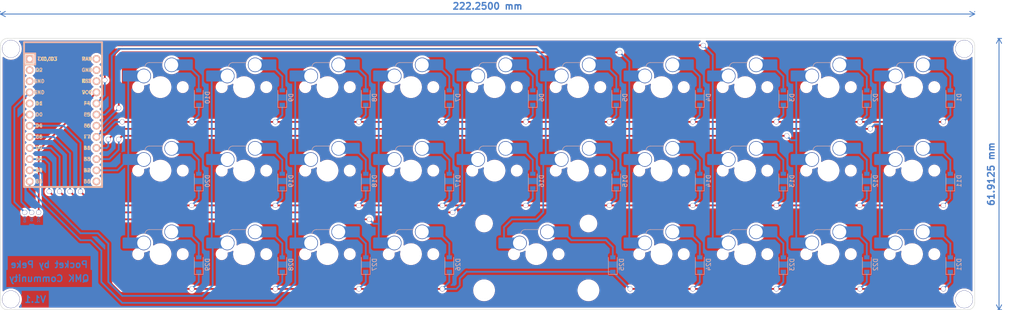
<source format=kicad_pcb>
(kicad_pcb (version 20211014) (generator pcbnew)
  (layers (0 "F.Cu" signal) (31 "B.Cu" signal) (34 "B.Paste" user) (35 "F.Paste" user) (36 "B.SilkS" user "B.Silkscreen") (37 "F.SilkS" user "F.Silkscreen") (38 "B.Mask" user) (39 "F.Mask" user) (44 "Edge.Cuts" user))
  (net 0 "")
  (net 4 "unconnected-(U1-Pad4)")
  (net 5 "unconnected-(U1-Pad21)")
  (net 9 "E6")
  (net 10 "D7")
  (net 11 "F4")
  (net 12 "F5")
  (net 13 "F6")
  (net 15 "unconnected-(U1-Pad6)")
  (net 17 "Net-(SW1-Pad2)")
  (net 18 "Net-(SW2-Pad2)")
  (net 19 "Net-(SW3-Pad2)")
  (net 20 "Net-(SW4-Pad2)")
  (net 21 "Net-(SW5-Pad2)")
  (net 22 "Net-(SW6-Pad2)")
  (net 23 "Net-(D7-Pad2)")
  (net 24 "Net-(D8-Pad2)")
  (net 25 "Net-(SW9-Pad2)")
  (net 26 "Net-(D10-Pad2)")
  (net 27 "Net-(SW11-Pad2)")
  (net 28 "Net-(SW12-Pad2)")
  (net 29 "Net-(SW13-Pad2)")
  (net 30 "Net-(SW14-Pad2)")
  (net 31 "Net-(SW15-Pad2)")
  (net 32 "Net-(SW16-Pad2)")
  (net 33 "Net-(D17-Pad2)")
  (net 34 "Net-(SW18-Pad2)")
  (net 35 "Net-(SW19-Pad2)")
  (net 36 "Net-(SW20-Pad2)")
  (net 37 "Net-(D21-Pad2)")
  (net 38 "Net-(SW22-Pad2)")
  (net 39 "Net-(SW23-Pad2)")
  (net 40 "Net-(SW24-Pad2)")
  (net 41 "Net-(D25-Pad2)")
  (net 42 "Net-(D26-Pad2)")
  (net 43 "Net-(D27-Pad2)")
  (net 44 "Net-(SW28-Pad2)")
  (net 45 "Net-(SW29-Pad2)")
  (net 46 "F7")
  (net 47 "B1")
  (net 48 "B3")
  (net 49 "B2")
  (net 50 "D4")
  (net 51 "C6")
  (net 52 "B4")
  (net 53 "B5")
  (footprint "keebio:ArduinoProMicro" (layer "F.Cu") (at 58.7375 79.77425 -90)
    (fp_text reference "U1" hide)
    (fp_text value "ProMicro" hide)
  )
  (footprint "marbastlib_mx:SW_MX_HS_S_1u" (layer "B.Cu") (at 166.6875 110.33125 180)
    (fp_text reference "SW25" hide)
    (fp_text value "MX_SW_HS" hide)
  )
  (footprint "marbastlib_mx:SW_MX_HS_S_1u" (layer "B.Cu") (at 157.1625 91.28125 180)
    (fp_text reference "SW16" hide)
    (fp_text value "MX_SW_HS" hide)
  )
  (footprint "marbastlib_mx:SW_MX_HS_S_1u" (layer "B.Cu") (at 80.9625 110.33125 180)
    (fp_text reference "SW29" hide)
    (fp_text value "MX_SW_HS" hide)
  )
  (footprint "Diode_SMD:D_SOD-123" (layer "B.Cu") (at 261.14375 74.6125 90)
    (fp_text reference "D1")
    (fp_text value "1N4148W")
  )
  (footprint "Diode_SMD:D_SOD-123" (layer "B.Cu") (at 184.94375 74.6125 90)
    (fp_text reference "D5")
    (fp_text value "1N4148W")
  )
  (footprint "marbastlib_mx:SW_MX_HS_S_1u" (layer "B.Cu") (at 119.0625 91.28125 180)
    (fp_text reference "SW18" hide)
    (fp_text value "MX_SW_HS" hide)
  )
  (footprint "Diode_SMD:D_SOD-123" (layer "B.Cu") (at 165.89375 74.6125 90)
    (fp_text reference "D6")
    (fp_text value "1N4148W")
  )
  (footprint "marbastlib_mx:SW_MX_HS_S_1u" (layer "B.Cu") (at 214.3125 91.28125 180)
    (fp_text reference "SW13" hide)
    (fp_text value "MX_SW_HS" hide)
  )
  (footprint "Diode_SMD:D_SOD-123" (layer "B.Cu") (at 261.14375 112.7125 90)
    (fp_text reference "D21")
    (fp_text value "1N4148W")
  )
  (footprint "marbastlib_mx:SW_MX_HS_S_1u" (layer "B.Cu") (at 100.0125 72.23125 180)
    (fp_text reference "SW9" hide)
    (fp_text value "MX_SW_HS" hide)
  )
  (footprint "marbastlib_mx:SW_MX_HS_S_1u" (layer "B.Cu") (at 214.3125 72.23125 180)
    (fp_text reference "SW3" hide)
    (fp_text value "MX_SW_HS" hide)
  )
  (footprint "Diode_SMD:D_SOD-123" (layer "B.Cu") (at 242.09375 112.7125 90)
    (fp_text reference "D22")
    (fp_text value "1N4148W")
  )
  (footprint "marbastlib_mx:SW_MX_HS_S_1u" (layer "B.Cu") (at 80.9625 72.23125 180)
    (fp_text reference "SW10" hide)
    (fp_text value "MX_SW_HS" hide)
  )
  (footprint "marbastlib_mx:SW_MX_HS_S_1u" (layer "B.Cu") (at 138.1125 72.23125 180)
    (fp_text reference "SW7" hide)
    (fp_text value "MX_SW_HS" hide)
  )
  (footprint "marbastlib_mx:SW_MX_HS_S_1u" (layer "B.Cu") (at 214.3125 110.33125 180)
    (fp_text reference "SW23" hide)
    (fp_text value "MX_SW_HS" hide)
  )
  (footprint "Diode_SMD:D_SOD-123" (layer "B.Cu") (at 203.99375 74.6125 90)
    (fp_text reference "D4")
    (fp_text value "1N4148W")
  )
  (footprint "marbastlib_mx:SW_MX_HS_S_1u" (layer "B.Cu") (at 138.1125 110.33125 180)
    (fp_text reference "SW26" hide)
    (fp_text value "MX_SW_HS" hide)
  )
  (footprint "Diode_SMD:D_SOD-123" (layer "B.Cu") (at 146.84375 74.6125 90)
    (fp_text reference "D7")
    (fp_text value "1N4148W")
  )
  (footprint "Diode_SMD:D_SOD-123" (layer "B.Cu") (at 242.09375 93.6625 90)
    (fp_text reference "D12")
    (fp_text value "1N4148W")
  )
  (footprint "Diode_SMD:D_SOD-123" (layer "B.Cu") (at 203.99375 112.7125 90)
    (fp_text reference "D24")
    (fp_text value "1N4148W")
  )
  (footprint "Diode_SMD:D_SOD-123" (layer "B.Cu") (at 223.04375 112.7125 90)
    (fp_text reference "D23")
    (fp_text value "1N4148W")
  )
  (footprint "Diode_SMD:D_SOD-123" (layer "B.Cu") (at 203.99375 93.6625 90)
    (fp_text reference "D14")
    (fp_text value "1N4148W")
  )
  (footprint "Diode_SMD:D_SOD-123" (layer "B.Cu") (at 89.69375 74.6125 90)
    (fp_text reference "D10")
    (fp_text value "1N4148W")
  )
  (footprint "Diode_SMD:D_SOD-123" (layer "B.Cu") (at 127.79375 112.7125 90)
    (fp_text reference "D27")
    (fp_text value "1N4148W")
  )
  (footprint "Diode_SMD:D_SOD-123" (layer "B.Cu") (at 108.74375 93.6625 90)
    (fp_text reference "D19")
    (fp_text value "1N4148W")
  )
  (footprint "marbastlib_mx:SW_MX_HS_S_1u" (layer "B.Cu") (at 195.2625 110.33125 180)
    (fp_text reference "SW24" hide)
    (fp_text value "MX_SW_HS" hide)
  )
  (footprint "Diode_SMD:D_SOD-123" (layer "B.Cu") (at 108.74375 112.7125 90)
    (fp_text reference "D28")
    (fp_text value "1N4148W")
  )
  (footprint "marbastlib_mx:SW_MX_HS_S_1u" (layer "B.Cu") (at 176.2125 91.28125 180)
    (fp_text reference "SW15" hide)
    (fp_text value "MX_SW_HS" hide)
  )
  (footprint "marbastlib_mx:SW_MX_HS_S_1u" (layer "B.Cu") (at 138.1125 91.28125 180)
    (fp_text reference "SW17" hide)
    (fp_text value "MX_SW_HS" hide)
  )
  (footprint "marbastlib_mx:SW_MX_HS_S_1u" (layer "B.Cu") (at 100.0125 91.28125 180)
    (fp_text reference "SW19" hide)
    (fp_text value "MX_SW_HS" hide)
  )
  (footprint "Diode_SMD:D_SOD-123" (layer "B.Cu") (at 108.74375 74.6125 90)
    (fp_text reference "D9")
    (fp_text value "1N4148W")
  )
  (footprint "Diode_SMD:D_SOD-123" (layer "B.Cu") (at 89.69375 93.6625 90)
    (fp_text reference "D20")
    (fp_text value "1N4148W")
  )
  (footprint "marbastlib_mx:SW_MX_HS_S_1u" (layer "B.Cu") (at 233.3625 110.33125 180)
    (fp_text reference "SW22" hide)
    (fp_text value "MX_SW_HS" hide)
  )
  (footprint "marbastlib_mx:SW_MX_HS_S_1u" (layer "B.Cu") (at 233.3625 91.28125 180)
    (fp_text reference "SW12" hide)
    (fp_text value "MX_SW_HS" hide)
  )
  (footprint "marbastlib_mx:STAB_MX_2u" (layer "B.Cu") (at 166.6875 110.33125 180)
    (fp_text reference "S1" hide)
    (fp_text value "MX_stab")
  )
  (footprint "marbastlib_mx:SW_MX_HS_S_1u" (layer "B.Cu") (at 157.1625 72.23125 180)
    (fp_text reference "SW6" hide)
    (fp_text value "MX_SW_HS" hide)
  )
  (footprint "Diode_SMD:D_SOD-123" (layer "B.Cu") (at 89.69375 112.7125 90)
    (fp_text reference "D29")
    (fp_text value "1N4148W")
  )
  (footprint "marbastlib_mx:SW_MX_HS_S_1u" (layer "B.Cu") (at 252.4125 110.33125 180)
    (fp_text reference "SW21" hide)
    (fp_text value "MX_SW_HS" hide)
  )
  (footprint "Diode_SMD:D_SOD-123" (layer "B.Cu") (at 223.04375 74.6125 90)
    (fp_text reference "D3")
    (fp_text value "1N4148W")
  )
  (footprint "Diode_SMD:D_SOD-123" (layer "B.Cu") (at 184.94375 93.6625 90)
    (fp_text reference "D15")
    (fp_text value "1N4148W")
  )
  (footprint "marbastlib_mx:SW_MX_HS_S_1u" (layer "B.Cu") (at 119.0625 72.23125 180)
    (fp_text reference "SW8" hide)
    (fp_text value "MX_SW_HS" hide)
  )
  (footprint "Diode_SMD:D_SOD-123" (layer "B.Cu") (at 184.15 112.7125 90)
    (fp_text reference "D25")
    (fp_text value "1N4148W")
  )
  (footprint "marbastlib_mx:SW_MX_HS_S_1u" (layer "B.Cu") (at 195.2625 72.23125 180)
    (fp_text reference "SW4" hide)
    (fp_text value "MX_SW_HS" hide)
  )
  (footprint "Diode_SMD:D_SOD-123" (layer "B.Cu") (at 165.89375 93.6625 90)
    (fp_text reference "D16")
    (fp_text value "1N4148W")
  )
  (footprint "marbastlib_mx:SW_MX_HS_S_1u" (layer "B.Cu") (at 252.4125 72.23125 180)
    (fp_text reference "SW1" hide)
    (fp_text value "MX_SW_HS" hide)
  )
  (footprint "Diode_SMD:D_SOD-123" (layer "B.Cu") (at 223.04375 93.6625 90)
    (fp_text reference "D13")
    (fp_text value "1N4148W")
  )
  (footprint "Diode_SMD:D_SOD-123" (layer "B.Cu") (at 261.14375 93.6625 90)
    (fp_text reference "D11")
    (fp_text value "1N4148W")
  )
  (footprint "Diode_SMD:D_SOD-123" (layer "B.Cu") (at 146.84375 112.7125 90)
    (fp_text reference "D26")
    (fp_text value "1N4148W")
  )
  (footprint "marbastlib_mx:SW_MX_HS_S_1u" (layer "B.Cu") (at 195.2625 91.28125 180)
    (fp_text reference "SW14" hide)
    (fp_text value "MX_SW_HS" hide)
  )
  (footprint "marbastlib_mx:SW_MX_HS_S_1u" (layer "B.Cu") (at 100.0125 110.33125 180)
    (fp_text reference "SW28" hide)
    (fp_text value "MX_SW_HS" hide)
  )
  (footprint "marbastlib_mx:SW_MX_HS_S_1u" (layer "B.Cu") (at 176.2125 72.23125 180)
    (fp_text reference "SW5" hide)
    (fp_text value "MX_SW_HS" hide)
  )
  (footprint "Diode_SMD:D_SOD-123" (layer "B.Cu") (at 242.09375 74.6125 90)
    (fp_text reference "D2")
    (fp_text value "1N4148W")
  )
  (footprint "marbastlib_mx:SW_MX_HS_S_1u" (layer "B.Cu") (at 252.4125 91.28125 180)
    (fp_text reference "SW11" hide)
    (fp_text value "MX_SW_HS" hide)
  )
  (footprint "marbastlib_mx:SW_MX_HS_S_1u" (layer "B.Cu") (at 233.3625 72.23125 180)
    (fp_text reference "SW2" hide)
    (fp_text value "MX_SW_HS" hide)
  )
  (footprint "marbastlib_mx:SW_MX_HS_S_1u" (layer "B.Cu") (at 80.9625 91.28125 180)
    (fp_text reference "SW20" hide)
    (fp_text value "MX_SW_HS" hide)
  )
  (footprint "Diode_SMD:D_SOD-123" (layer "B.Cu") (at 127.79375 74.6125 90)
    (fp_text reference "D8")
    (fp_text value "1N4148W")
  )
  (footprint "Diode_SMD:D_SOD-123" (layer "B.Cu") (at 146.84375 93.6625 90)
    (fp_text reference "D17")
    (fp_text value "1N4148W")
  )
  (footprint "Diode_SMD:D_SOD-123" (layer "B.Cu") (at 127.79375 93.6625 90)
    (fp_text reference "D18")
    (fp_text value "1N4148W")
  )
  (footprint "marbastlib_mx:SW_MX_HS_S_1u" (layer "B.Cu") (at 119.0625 110.33125 180)
    (fp_text reference "SW27" hide)
    (fp_text value "MX_SW_HS" hide)
  )
  (gr_line (start 265.1125 123.03125) (end 46.0375 123.03125) (layer "Edge.Cuts") (width 0.1))
  (gr_line (start 46.0375 61.11875) (end 265.1125 61.11875) (layer "Edge.Cuts") (width 0.1))
  (gr_arc (start 266.7 121.44375) (mid 266.235032 122.566282) (end 265.1125 123.03125) (layer "Edge.Cuts") (width 0.1))
  (gr_arc (start 46.0375 123.03125) (mid 44.914968 122.566282) (end 44.45 121.44375) (layer "Edge.Cuts") (width 0.1))
  (gr_line (start 44.45 121.44375) (end 44.45 62.70625) (layer "Edge.Cuts") (width 0.1))
  (gr_arc (start 265.1125 61.11875) (mid 266.235032 61.583718) (end 266.7 62.70625) (layer "Edge.Cuts") (width 0.1))
  (gr_arc (start 44.45 62.70625) (mid 44.914968 61.583718) (end 46.0375 61.11875) (layer "Edge.Cuts") (width 0.1))
  (gr_line (start 266.7 62.70625) (end 266.7 121.44375) (layer "Edge.Cuts") (width 0.1))
  (gr_text "QMK Community" (at 55.5625 115.8875) (layer "B.Cu") (effects (font (size 1.5 1.5) (thickness 0.3)) (justify mirror)))
  (gr_text "VCC" (at 53.18125 102.39375 90) (layer "B.Cu") (effects (font (size 0.5 0.5) (thickness 0.1)) (justify mirror)))
  (gr_text "GND" (at 50.00625 102.39375 90) (layer "B.Cu") (effects (font (size 0.5 0.5) (thickness 0.1)) (justify mirror)))
  (gr_text "D0" (at 51.59375 102.39375 90) (layer "B.Cu") (effects (font (size 0.5 0.5) (thickness 0.1)) (justify mirror)))
  (gr_text "V1.1" (at 52.3875 120.65) (layer "B.Cu") (effects (font (size 1.5 1.5) (thickness 0.3)) (justify mirror)))
  (gr_text "Pocket by Peke\n" (at 55.5625 112.7125) (layer "B.Cu") (effects (font (size 1.5 1.5) (thickness 0.3)) (justify mirror)))
  (dimension (type aligned) (layer "B.Cu") (pts (xy 271.4625 61.11875) (xy 271.4625 123.03125)) (height -0.79375) (gr_text "61,9125 mm" (at 270.45625 92.075 90) (layer "B.Cu") (effects (font (size 1.5 1.5) (thickness 0.3)))) (format (units 3) (units_format 1) (precision 4)) (style (thickness 0.2) (arrow_length 1.27) (text_position_mode 0) (extension_height 0.58642) (extension_offset 0.5) keep_text_aligned))
  (dimension (type aligned) (layer "B.Cu") (pts (xy 44.45 55.5625) (xy 266.7 55.5625)) (height 0) (gr_text "222,2500 mm" (at 155.575 53.7625) (layer "B.Cu") (effects (font (size 1.5 1.5) (thickness 0.3)))) (format (units 3) (units_format 1) (precision 4)) (style (thickness 0.2) (arrow_length 1.27) (text_position_mode 0) (extension_height 0.58642) (extension_offset 0.5) keep_text_aligned))
  (via (at 264.31875 120.65) (size 4) (drill 3.9) (layers "F.Cu" "B.Cu") (net 0))
  (via (at 46.83125 63.5) (size 4) (drill 3.9) (layers "F.Cu" "B.Cu") (net 0))
  (via (at 46.83125 120.65) (size 4) (drill 3.9) (layers "F.Cu" "B.Cu") (net 0))
  (via (at 264.31875 63.5) (size 4) (drill 3.9) (layers "F.Cu" "B.Cu") (net 0))
  (via (at 50.00625 100.80625) (size 1.1) (drill 1) (layers "F.Cu" "B.Cu") (net 4))
  (segment (start 47.625 98.425) (end 50.00625 100.80625) (width 0.4) (layer "B.Cu") (net 4))
  (segment (start 51.1175 73.42425) (end 47.625 76.91675) (width 0.4) (layer "B.Cu") (net 4))
  (segment (start 47.625 92.86875) (end 47.625 98.425) (width 0.4) (layer "B.Cu") (net 4))
  (segment (start 47.625 76.91675) (end 47.625 92.86875) (width 0.4) (layer "B.Cu") (net 4))
  (segment (start 66.3575 73.42425) (end 53.18125 86.6005) (width 0.4) (layer "F.Cu") (net 5))
  (segment (start 53.18125 86.6005) (end 53.18125 100.80625) (width 0.4) (layer "F.Cu") (net 5))
  (via (at 53.18125 100.80625) (size 1.1) (drill 1) (layers "F.Cu" "B.Cu") (net 5))
  (segment (start 88.10625 118.26875) (end 72.23125 118.26875) (width 0.4) (layer "F.Cu") (net 9))
  (segment (start 69.05625 103.98125) (end 63.5 103.98125) (width 0.4) (layer "F.Cu") (net 9))
  (segment (start 202.40625 118.26875) (end 188.11875 118.26875) (width 0.4) (layer "F.Cu") (net 9))
  (segment (start 221.45625 118.26875) (end 202.40625 118.26875) (width 0.4) (layer "F.Cu") (net 9))
  (segment (start 107.15625 118.26875) (end 88.10625 118.26875) (width 0.4) (layer "F.Cu") (net 9))
  (segment (start 70.64375 105.56875) (end 69.05625 103.98125) (width 0.4) (layer "F.Cu") (net 9))
  (segment (start 63.5 103.98125) (end 55.5625 96.04375) (width 0.4) (layer "F.Cu") (net 9))
  (segment (start 70.64375 116.68125) (end 70.64375 105.56875) (width 0.4) (layer "F.Cu") (net 9))
  (segment (start 145.25625 118.26875) (end 126.20625 118.26875) (width 0.4) (layer "F.Cu") (net 9))
  (segment (start 259.55625 118.26875) (end 240.50625 118.26875) (width 0.4) (layer "F.Cu") (net 9))
  (segment (start 72.23125 118.26875) (end 70.64375 116.68125) (width 0.4) (layer "F.Cu") (net 9))
  (segment (start 240.50625 118.26875) (end 221.45625 118.26875) (width 0.4) (layer "F.Cu") (net 9))
  (segment (start 126.20625 118.26875) (end 107.15625 118.26875) (width 0.4) (layer "F.Cu") (net 9))
  (via (at 107.15625 118.26875) (size 1.1) (drill 1) (layers "F.Cu" "B.Cu") (net 9))
  (via (at 145.25625 118.26875) (size 1.1) (drill 1) (layers "F.Cu" "B.Cu") (net 9))
  (via (at 202.40625 118.26875) (size 1.1) (drill 1) (layers "F.Cu" "B.Cu") (net 9))
  (via (at 126.20625 118.26875) (size 1.1) (drill 1) (layers "F.Cu" "B.Cu") (net 9))
  (via (at 55.5625 96.04375) (size 1.1) (drill 1) (layers "F.Cu" "B.Cu") (net 9))
  (via (at 259.55625 118.26875) (size 1.1) (drill 1) (layers "F.Cu" "B.Cu") (net 9))
  (via (at 240.50625 118.26875) (size 1.1) (drill 1) (layers "F.Cu" "B.Cu") (net 9))
  (via (at 221.45625 118.26875) (size 1.1) (drill 1) (layers "F.Cu" "B.Cu") (net 9))
  (via (at 188.11875 118.26875) (size 1.1) (drill 1) (layers "F.Cu" "B.Cu") (net 9))
  (via (at 88.10625 118.26875) (size 1.1) (drill 1) (layers "F.Cu" "B.Cu") (net 9))
  (segment (start 54.533 88.66425) (end 51.1175 88.66425) (width 0.4) (layer "B.Cu") (net 9))
  (segment (start 150.8125 114.3) (end 149.225 115.8875) (width 0.4) (layer "B.Cu") (net 9))
  (segment (start 149.225 117.475) (end 148.43125 118.26875) (width 0.4) (layer "B.Cu") (net 9))
  (segment (start 188.11875 118.26875) (end 188.05625 118.26875) (width 0.25) (layer "B.Cu") (net 9))
  (segment (start 146.84375 116.68125) (end 145.25625 118.26875) (width 0.4) (layer "B.Cu") (net 9))
  (segment (start 108.74375 114.3625) (end 108.74375 116.68125) (width 0.4) (layer "B.Cu") (net 9))
  (segment (start 184.15 114.3625) (end 150.875 114.3625) (width 0.4) (layer "B.Cu") (net 9))
  (segment (start 127.79375 116.68125) (end 126.20625 118.26875) (width 0.4) (layer "B.Cu") (net 9))
  (segment (start 223.04375 116.68125) (end 221.45625 118.26875) (width 0.4) (layer "B.Cu") (net 9))
  (segment (start 242.09375 114.3625) (end 242.09375 116.68125) (width 0.4) (layer "B.Cu") (net 9))
  (segment (start 108.74375 116.68125) (end 107.15625 118.26875) (width 0.4) (layer "B.Cu") (net 9))
  (segment (start 149.225 115.8875) (end 149.225 117.475) (width 0.4) (layer "B.Cu") (net 9))
  (segment (start 55.5625 96.04375) (end 55.5625 89.69375) (width 0.4) (layer "B.Cu") (net 9))
  (segment (start 146.84375 114.3625) (end 146.84375 116.68125) (width 0.4) (layer "B.Cu") (net 9))
  (segment (start 150.875 114.3625) (end 150.8125 114.3) (width 0.25) (layer "B.Cu") (net 9))
  (segment (start 223.04375 114.3625) (end 223.04375 116.68125) (width 0.4) (layer "B.Cu") (net 9))
  (segment (start 148.43125 118.26875) (end 145.25625 118.26875) (width 0.4) (layer "B.Cu") (net 9))
  (segment (start 242.09375 116.68125) (end 240.50625 118.26875) (width 0.4) (layer "B.Cu") (net 9))
  (segment (start 55.5625 89.69375) (end 54.533 88.66425) (width 0.4) (layer "B.Cu") (net 9))
  (segment (start 261.14375 114.3625) (end 261.14375 116.68125) (width 0.4) (layer "B.Cu") (net 9))
  (segment (start 203.99375 116.68125) (end 202.40625 118.26875) (width 0.4) (layer "B.Cu") (net 9))
  (segment (start 261.14375 116.68125) (end 259.55625 118.26875) (width 0.4) (layer "B.Cu") (net 9))
  (segment (start 188.05625 118.26875) (end 184.15 114.3625) (width 0.4) (layer "B.Cu") (net 9))
  (segment (start 127.79375 114.3625) (end 127.79375 116.68125) (width 0.4) (layer "B.Cu") (net 9))
  (segment (start 89.69375 114.3625) (end 89.69375 116.68125) (width 0.4) (layer "B.Cu") (net 9))
  (segment (start 89.69375 116.68125) (end 88.10625 118.26875) (width 0.4) (layer "B.Cu") (net 9))
  (segment (start 203.99375 114.3625) (end 203.99375 116.68125) (width 0.4) (layer "B.Cu") (net 9))
  (segment (start 64.29375 102.39375) (end 57.94375 96.04375) (width 0.4) (layer "F.Cu") (net 10))
  (segment (start 72.23125 102.39375) (end 64.29375 102.39375) (width 0.4) (layer "F.Cu") (net 10))
  (segment (start 128.5875 102.39375) (end 72.23125 102.39375) (width 0.4) (layer "F.Cu") (net 10))
  (via (at 57.94375 96.04375) (size 1.1) (drill 1) (layers "F.Cu" "B.Cu") (net 10))
  (via (at 128.5875 102.39375) (size 1.1) (drill 1) (layers "F.Cu" "B.Cu") (net 10))
  (segment (start 130.7525 69.69125) (end 130.7525 103.40375) (width 0.4) (layer "B.Cu") (net 10))
  (segment (start 57.94375 96.04375) (end 57.94375 88.10625) (width 0.4) (layer "B.Cu") (net 10))
  (segment (start 55.96175 86.12425) (end 51.1175 86.12425) (width 0.4) (layer "B.Cu") (net 10))
  (segment (start 57.94375 88.10625) (end 55.96175 86.12425) (width 0.4) (layer "B.Cu") (net 10))
  (segment (start 130.7525 103.40375) (end 129.5975 103.40375) (width 0.4) (layer "B.Cu") (net 10))
  (segment (start 130.7525 103.40375) (end 130.7525 107.79125) (width 0.4) (layer "B.Cu") (net 10))
  (segment (start 129.5975 103.40375) (end 128.5875 102.39375) (width 0.4) (layer "B.Cu") (net 10))
  (segment (start 69.85 62.70625) (end 68.2625 64.29375) (width 0.4) (layer "F.Cu") (net 11))
  (segment (start 72.23125 62.70625) (end 69.85 62.70625) (width 0.4) (layer "F.Cu") (net 11))
  (segment (start 68.2625 64.29375) (end 68.2625 70.64375) (width 0.4) (layer "F.Cu") (net 11))
  (segment (start 204.7875 62.70625) (end 72.23125 62.70625) (width 0.4) (layer "F.Cu") (net 11))
  (via (at 68.2625 70.64375) (size 1.1) (drill 1) (layers "F.Cu" "B.Cu") (net 11))
  (via (at 204.7875 62.70625) (size 1.1) (drill 1) (layers "F.Cu" "B.Cu") (net 11))
  (segment (start 206.9525 69.69125) (end 206.9525 107.79125) (width 0.4) (layer "B.Cu") (net 11))
  (segment (start 68.2625 74.05925) (end 66.3575 75.96425) (width 0.4) (layer "B.Cu") (net 11))
  (segment (start 206.9525 69.69125) (end 206.9525 64.87125) (width 0.4) (layer "B.Cu") (net 11))
  (segment (start 68.2625 70.64375) (end 68.2625 74.05925) (width 0.4) (layer "B.Cu") (net 11))
  (segment (start 206.9525 64.87125) (end 204.7875 62.70625) (width 0.4) (layer "B.Cu") (net 11))
  (segment (start 168.8525 88.74125) (end 168.275 89.31875) (width 0.4) (layer "B.Cu") (net 12))
  (segment (start 69.85 76.99375) (end 68.3395 78.50425) (width 0.4) (layer "B.Cu") (net 12))
  (segment (start 159.3275 104.1975) (end 161.13125 102.39375) (width 0.4) (layer "B.Cu") (net 12))
  (segment (start 69.85 65.0875) (end 69.85 76.99375) (width 0.4) (layer "B.Cu") (net 12))
  (segment (start 161.13125 102.39375) (end 166.6875 102.39375) (width 0.4) (layer "B.Cu") (net 12))
  (segment (start 159.3275 107.79125) (end 159.3275 104.1975) (width 0.4) (layer "B.Cu") (net 12))
  (segment (start 168.8525 69.69125) (end 168.8525 65.665) (width 0.4) (layer "B.Cu") (net 12))
  (segment (start 168.8525 65.665) (end 166.6875 63.5) (width 0.4) (layer "B.Cu") (net 12))
  (segment (start 168.275 89.31875) (end 168.275 100.80625) (width 0.4) (layer "B.Cu") (net 12))
  (segment (start 71.4375 63.5) (end 69.85 65.0875) (width 0.4) (layer "B.Cu") (net 12))
  (segment (start 166.6875 63.5) (end 71.4375 63.5) (width 0.4) (layer "B.Cu") (net 12))
  (segment (start 68.3395 78.50425) (end 66.3575 78.50425) (width 0.4) (layer "B.Cu") (net 12))
  (segment (start 168.275 100.80625) (end 166.6875 102.39375) (width 0.4) (layer "B.Cu") (net 12))
  (segment (start 168.8525 69.69125) (end 168.8525 88.74125) (width 0.4) (layer "B.Cu") (net 12))
  (segment (start 72.23125 64.29375) (end 71.4375 65.0875) (width 0.4) (layer "F.Cu") (net 13))
  (segment (start 71.4375 65.0875) (end 71.4375 76.99375) (width 0.4) (layer "F.Cu") (net 13))
  (segment (start 185.7375 64.29375) (end 72.23125 64.29375) (width 0.4) (layer "F.Cu") (net 13))
  (via (at 71.4375 76.99375) (size 1.1) (drill 1) (layers "F.Cu" "B.Cu") (net 13))
  (via (at 185.7375 64.29375) (size 1.1) (drill 1) (layers "F.Cu" "B.Cu") (net 13))
  (segment (start 67.387 81.04425) (end 66.3575 81.04425) (width 0.4) (layer "B.Cu") (net 13))
  (segment (start 187.9025 69.69125) (end 187.9025 107.79125) (width 0.4) (layer "B.Cu") (net 13))
  (segment (start 187.9025 66.45875) (end 185.7375 64.29375) (width 0.4) (layer "B.Cu") (net 13))
  (segment (start 187.9025 69.69125) (end 187.9025 66.45875) (width 0.4) (layer "B.Cu") (net 13))
  (segment (start 71.4375 76.99375) (end 67.387 81.04425) (width 0.4) (layer "B.Cu") (net 13))
  (via (at 51.59375 100.80625) (size 1.1) (drill 1) (layers "F.Cu" "B.Cu") (net 15))
  (segment (start 49.2125 98.425) (end 51.59375 100.80625) (width 0.4) (layer "B.Cu") (net 15))
  (segment (start 50.08325 78.50425) (end 49.2125 79.375) (width 0.4) (layer "B.Cu") (net 15))
  (segment (start 49.2125 79.375) (end 49.2125 98.425) (width 0.4) (layer "B.Cu") (net 15))
  (segment (start 51.1175 78.50425) (end 50.08325 78.50425) (width 0.4) (layer "B.Cu") (net 15))
  (segment (start 258.5025 67.15125) (end 261.14375 69.7925) (width 0.4) (layer "B.Cu") (net 17))
  (segment (start 261.14375 69.7925) (end 261.14375 72.9625) (width 0.4) (layer "B.Cu") (net 17))
  (segment (start 239.4525 67.15125) (end 242.09375 69.7925) (width 0.4) (layer "B.Cu") (net 18))
  (segment (start 242.09375 69.7925) (end 242.09375 72.9625) (width 0.4) (layer "B.Cu") (net 18))
  (segment (start 223.04375 69.7925) (end 223.04375 72.9625) (width 0.4) (layer "B.Cu") (net 19))
  (segment (start 220.4025 67.15125) (end 223.04375 69.7925) (width 0.4) (layer "B.Cu") (net 19))
  (segment (start 201.3525 67.15125) (end 203.99375 69.7925) (width 0.4) (layer "B.Cu") (net 20))
  (segment (start 203.99375 69.7925) (end 203.99375 72.9625) (width 0.4) (layer "B.Cu") (net 20))
  (segment (start 182.3025 67.15125) (end 184.94375 69.7925) (width 0.4) (layer "B.Cu") (net 21))
  (segment (start 184.94375 69.7925) (end 184.94375 72.9625) (width 0.4) (layer "B.Cu") (net 21))
  (segment (start 163.2525 67.15125) (end 165.89375 69.7925) (width 0.4) (layer "B.Cu") (net 22))
  (segment (start 165.89375 69.7925) (end 165.89375 72.9625) (width 0.4) (layer "B.Cu") (net 22))
  (segment (start 144.2025 67.15125) (end 146.84375 69.7925) (width 0.4) (layer "B.Cu") (net 23))
  (segment (start 146.84375 69.7925) (end 146.84375 72.9625) (width 0.4) (layer "B.Cu") (net 23))
  (segment (start 125.1525 67.15125) (end 127.79375 69.7925) (width 0.4) (layer "B.Cu") (net 24))
  (segment (start 127.79375 69.7925) (end 127.79375 72.9625) (width 0.4) (layer "B.Cu") (net 24))
  (segment (start 108.74375 69.7925) (end 108.74375 72.9625) (width 0.4) (layer "B.Cu") (net 25))
  (segment (start 106.1025 67.15125) (end 108.74375 69.7925) (width 0.4) (layer "B.Cu") (net 25))
  (segment (start 89.69375 69.7925) (end 89.69375 72.9625) (width 0.4) (layer "B.Cu") (net 26))
  (segment (start 87.0525 67.15125) (end 89.69375 69.7925) (width 0.4) (layer "B.Cu") (net 26))
  (segment (start 258.5025 86.20125) (end 261.14375 88.8425) (width 0.4) (layer "B.Cu") (net 27))
  (segment (start 261.14375 88.8425) (end 261.14375 92.0125) (width 0.4) (layer "B.Cu") (net 27))
  (segment (start 239.4525 86.20125) (end 242.09375 88.8425) (width 0.4) (layer "B.Cu") (net 28))
  (segment (start 242.09375 88.8425) (end 242.09375 92.0125) (width 0.4) (layer "B.Cu") (net 28))
  (segment (start 220.4025 86.20125) (end 223.04375 88.8425) (width 0.4) (layer "B.Cu") (net 29))
  (segment (start 223.04375 88.8425) (end 223.04375 92.0125) (width 0.4) (layer "B.Cu") (net 29))
  (segment (start 203.99375 88.8425) (end 203.99375 92.0125) (width 0.4) (layer "B.Cu") (net 30))
  (segment (start 201.3525 86.20125) (end 203.99375 88.8425) (width 0.4) (layer "B.Cu") (net 30))
  (segment (start 182.3025 86.20125) (end 184.94375 88.8425) (width 0.4) (layer "B.Cu") (net 31))
  (segment (start 184.94375 88.8425) (end 184.94375 92.0125) (width 0.4) (layer "B.Cu") (net 31))
  (segment (start 165.89375 88.8425) (end 165.89375 92.0125) (width 0.4) (layer "B.Cu") (net 32))
  (segment (start 163.2525 86.20125) (end 165.89375 88.8425) (width 0.4) (layer "B.Cu") (net 32))
  (segment (start 144.2025 86.20125) (end 146.84375 88.8425) (width 0.4) (layer "B.Cu") (net 33))
  (segment (start 146.84375 88.8425) (end 146.84375 92.0125) (width 0.4) (layer "B.Cu") (net 33))
  (segment (start 125.1525 86.20125) (end 127.79375 88.8425) (width 0.4) (layer "B.Cu") (net 34))
  (segment (start 127.79375 88.8425) (end 127.79375 92.0125) (width 0.4) (layer "B.Cu") (net 34))
  (segment (start 106.1025 86.20125) (end 108.74375 88.8425) (width 0.4) (layer "B.Cu") (net 35))
  (segment (start 108.74375 88.8425) (end 108.74375 92.0125) (width 0.4) (layer "B.Cu") (net 35))
  (segment (start 87.0525 86.20125) (end 89.69375 88.8425) (width 0.4) (layer "B.Cu") (net 36))
  (segment (start 89.69375 88.8425) (end 89.69375 92.0125) (width 0.4) (layer "B.Cu") (net 36))
  (segment (start 261.14375 107.8925) (end 261.14375 111.0625) (width 0.4) (layer "B.Cu") (net 37))
  (segment (start 258.5025 105.25125) (end 261.14375 107.8925) (width 0.4) (layer "B.Cu") (net 37))
  (segment (start 239.4525 105.25125) (end 242.09375 107.8925) (width 0.4) (layer "B.Cu") (net 38))
  (segment (start 242.09375 107.8925) (end 242.09375 111.0625) (width 0.4) (layer "B.Cu") (net 38))
  (segment (start 220.4025 105.25125) (end 223.04375 107.8925) (width 0.4) (layer "B.Cu") (net 39))
  (segment (start 223.04375 107.8925) (end 223.04375 111.0625) (width 0.4) (layer "B.Cu") (net 39))
  (segment (start 201.3525 105.25125) (end 203.99375 107.8925) (width 0.4) (layer "B.Cu") (net 40))
  (segment (start 203.99375 107.8925) (end 203.99375 111.0625) (width 0.4) (layer "B.Cu") (net 40))
  (segment (start 184.15 108.74375) (end 184.15 111.0625) (width 0.4) (layer "B.Cu") (net 41))
  (segment (start 174.6825 107.15625) (end 182.5625 107.15625) (width 0.4) (layer "B.Cu") (net 41))
  (segment (start 182.5625 107.15625) (end 184.15 108.74375) (width 0.4) (layer "B.Cu") (net 41))
  (segment (start 172.7775 105.25125) (end 174.6825 107.15625) (width 0.4) (layer "B.Cu") (net 41))
  (segment (start 146.84375 107.8925) (end 146.84375 111.0625) (width 0.4) (layer "B.Cu") (net 42))
  (segment (start 144.2025 105.25125) (end 146.84375 107.8925) (width 0.4) (layer "B.Cu") (net 42))
  (segment (start 127.79375 107.8925) (end 127.79375 111.0625) (width 0.4) (layer "B.Cu") (net 43))
  (segment (start 125.1525 105.25125) (end 127.79375 107.8925) (width 0.4) (layer "B.Cu") (net 43))
  (segment (start 108.74375 107.8925) (end 108.74375 111.0625) (width 0.4) (layer "B.Cu") (net 44))
  (segment (start 106.1025 105.25125) (end 108.74375 107.8925) (width 0.4) (layer "B.Cu") (net 44))
  (segment (start 87.0525 105.25125) (end 89.69375 107.8925) (width 0.4) (layer "B.Cu") (net 45))
  (segment (start 89.69375 107.8925) (end 89.69375 111.0625) (width 0.4) (layer "B.Cu") (net 45))
  (segment (start 202.40625 80.16875) (end 183.35625 80.16875) (width 0.4) (layer "F.Cu") (net 46))
  (segment (start 145.25625 80.16875) (end 126.20625 80.16875) (width 0.4) (layer "F.Cu") (net 46))
  (segment (start 221.45625 80.16875) (end 202.40625 80.16875) (width 0.4) (layer "F.Cu") (net 46))
  (segment (start 107.15625 80.16875) (end 88.10625 80.16875) (width 0.4) (layer "F.Cu") (net 46))
  (segment (start 88.10625 80.16875) (end 74.6125 80.16875) (width 0.4) (layer "F.Cu") (net 46))
  (segment (start 240.50625 80.16875) (end 221.45625 80.16875) (width 0.4) (layer "F.Cu") (net 46))
  (segment (start 74.6125 80.16875) (end 72.23125 80.16875) (width 0.4) (layer "F.Cu") (net 46))
  (segment (start 126.20625 80.16875) (end 107.15625 80.16875) (width 0.4) (layer "F.Cu") (net 46))
  (segment (start 164.30625 80.16875) (end 145.25625 80.16875) (width 0.4) (layer "F.Cu") (net 46))
  (segment (start 183.35625 80.16875) (end 164.30625 80.16875) (width 0.4) (layer "F.Cu") (net 46))
  (segment (start 259.55625 80.16875) (end 240.50625 80.16875) (width 0.4) (layer "F.Cu") (net 46))
  (via (at 107.15625 80.16875) (size 1.1) (drill 1) (layers "F.Cu" "B.Cu") (net 46))
  (via (at 72.23125 80.16875) (size 1.1) (drill 1) (layers "F.Cu" "B.Cu") (net 46))
  (via (at 164.30625 80.16875) (size 1.1) (drill 1) (layers "F.Cu" "B.Cu") (net 46))
  (via (at 183.35625 80.16875) (size 1.1) (drill 1) (layers "F.Cu" "B.Cu") (net 46))
  (via (at 88.10625 80.16875) (size 1.1) (drill 1) (layers "F.Cu" "B.Cu") (net 46))
  (via (at 259.55625 80.16875) (size 1.1) (drill 1) (layers "F.Cu" "B.Cu") (net 46))
  (via (at 240.50625 80.16875) (size 1.1) (drill 1) (layers "F.Cu" "B.Cu") (net 46))
  (via (at 126.20625 80.16875) (size 1.1) (drill 1) (layers "F.Cu" "B.Cu") (net 46))
  (via (at 202.40625 80.16875) (size 1.1) (drill 1) (layers "F.Cu" "B.Cu") (net 46))
  (via (at 145.25625 80.16875) (size 1.1) (drill 1) (layers "F.Cu" "B.Cu") (net 46))
  (via (at 221.45625 80.16875) (size 1.1) (drill 1) (layers "F.Cu" "B.Cu") (net 46))
  (segment (start 261.14375 76.2625) (end 261.14375 78.58125) (width 0.4) (layer "B.Cu") (net 46))
  (segment (start 70.64375 80.16875) (end 68.2625 82.55) (width 0.4) (layer "B.Cu") (net 46))
  (segment (start 261.14375 78.58125) (end 259.55625 80.16875) (width 0.4) (layer "B.Cu") (net 46))
  (segment (start 108.74375 78.58125) (end 107.15625 80.16875) (width 0.4) (layer "B.Cu") (net 46))
  (segment (start 72.23125 80.16875) (end 70.64375 80.16875) (width 0.4) (layer "B.Cu") (net 46))
  (segment (start 67.39175 82.55) (end 66.3575 83.58425) (width 0.4) (layer "B.Cu") (net 46))
  (segment (start 242.09375 78.58125) (end 240.50625 80.16875) (width 0.4) (layer "B.Cu") (net 46))
  (segment (start 108.74375 76.2625) (end 108.74375 78.58125) (width 0.4) (layer "B.Cu") (net 46))
  (segment (start 242.09375 76.2625) (end 242.09375 78.58125) (width 0.4) (layer "B.Cu") (net 46))
  (segment (start 203.99375 78.58125) (end 202.40625 80.16875) (width 0.4) (layer "B.Cu") (net 46))
  (segment (start 184.94375 76.2625) (end 184.94375 78.58125) (width 0.4) (layer "B.Cu") (net 46))
  (segment (start 68.2625 82.55) (end 67.39175 82.55) (width 0.4) (layer "B.Cu") (net 46))
  (segment (start 165.89375 78.58125) (end 164.30625 80.16875) (width 0.4) (layer "B.Cu") (net 46))
  (segment (start 127.79375 76.2625) (end 127.79375 78.58125) (width 0.4) (layer "B.Cu") (net 46))
  (segment (start 203.99375 76.2625) (end 203.99375 78.58125) (width 0.4) (layer "B.Cu") (net 46))
  (segment (start 127.79375 78.58125) (end 126.20625 80.16875) (width 0.4) (layer "B.Cu") (net 46))
  (segment (start 165.89375 76.2625) (end 165.89375 78.58125) (width 0.4) (layer "B.Cu") (net 46))
  (segment (start 223.04375 76.2625) (end 223.04375 78.58125) (width 0.4) (layer "B.Cu") (net 46))
  (segment (start 223.04375 78.58125) (end 221.45625 80.16875) (width 0.4) (layer "B.Cu") (net 46))
  (segment (start 146.84375 78.58125) (end 145.25625 80.16875) (width 0.4) (layer "B.Cu") (net 46))
  (segment (start 184.94375 78.58125) (end 183.35625 80.16875) (width 0.4) (layer "B.Cu") (net 46))
  (segment (start 89.69375 76.2625) (end 89.69375 78.58125) (width 0.4) (layer "B.Cu") (net 46))
  (segment (start 89.69375 78.58125) (end 88.10625 80.16875) (width 0.4) (layer "B.Cu") (net 46))
  (segment (start 146.84375 76.2625) (end 146.84375 78.58125) (width 0.4) (layer "B.Cu") (net 46))
  (segment (start 72.23125 81.75625) (end 71.4375 81.75625) (width 0.4) (layer "F.Cu") (net 47))
  (segment (start 242.8875 81.75625) (end 74.6125 81.75625) (width 0.4) (layer "F.Cu") (net 47))
  (segment (start 74.6125 81.75625) (end 72.23125 81.75625) (width 0.4) (layer "F.Cu") (net 47))
  (segment (start 71.4375 81.75625) (end 69.85 83.34375) (width 0.4) (layer "F.Cu") (net 47))
  (segment (start 69.85 83.34375) (end 69.05625 84.1375) (width 0.4) (layer "F.Cu") (net 47))
  (via (at 242.8875 81.75625) (size 1.1) (drill 1) (layers "F.Cu" "B.Cu") (net 47))
  (via (at 69.05625 84.1375) (size 1.1) (drill 1) (layers "F.Cu" "B.Cu") (net 47))
  (segment (start 68.657 86.12425) (end 66.3575 86.12425) (width 0.4) (layer "B.Cu") (net 47))
  (segment (start 69.05625 85.725) (end 68.657 86.12425) (width 0.4) (layer "B.Cu") (net 47))
  (segment (start 245.0525 80.74625) (end 245.0525 107.79125) (width 0.4) (layer "B.Cu") (net 47))
  (segment (start 245.0525 69.69125) (end 245.0525 80.74625) (width 0.4) (layer "B.Cu") (net 47))
  (segment (start 243.8975 80.74625) (end 242.8875 81.75625) (width 0.4) (layer "B.Cu") (net 47))
  (segment (start 69.05625 84.1375) (end 69.05625 85.725) (width 0.4) (layer "B.Cu") (net 47))
  (segment (start 245.0525 80.74625) (end 243.8975 80.74625) (width 0.4) (layer "B.Cu") (net 47))
  (segment (start 72.23125 83.34375) (end 71.4375 84.1375) (width 0.4) (layer "F.Cu") (net 48))
  (segment (start 223.8375 83.34375) (end 74.6125 83.34375) (width 0.4) (layer "F.Cu") (net 48))
  (segment (start 74.6125 83.34375) (end 72.23125 83.34375) (width 0.4) (layer "F.Cu") (net 48))
  (via (at 223.8375 83.34375) (size 1.1) (drill 1) (layers "F.Cu" "B.Cu") (net 48))
  (via (at 71.4375 84.1375) (size 1.1) (drill 1) (layers "F.Cu" "B.Cu") (net 48))
  (segment (start 71.4375 86.51875) (end 69.292 88.66425) (width 0.4) (layer "B.Cu") (net 48))
  (segment (start 69.292 88.66425) (end 66.3575 88.66425) (width 0.4) (layer "B.Cu") (net 48))
  (segment (start 224.8475 84.35375) (end 223.8375 83.34375) (width 0.4) (layer "B.Cu") (net 48))
  (segment (start 71.4375 84.1375) (end 71.4375 86.51875) (width 0.4) (layer "B.Cu") (net 48))
  (segment (start 226.0025 69.69125) (end 226.0025 84.35375) (width 0.4) (layer "B.Cu") (net 48))
  (segment (start 226.0025 84.35375) (end 226.0025 107.79125) (width 0.4) (layer "B.Cu") (net 48))
  (segment (start 226.0025 84.35375) (end 224.8475 84.35375) (width 0.4) (layer "B.Cu") (net 48))
  (segment (start 73.6025 69.69125) (end 73.6025 107.79125) (width 0.4) (layer "B.Cu") (net 49))
  (segment (start 73.6025 88.74125) (end 71.1395 91.20425) (width 0.4) (layer "B.Cu") (net 49))
  (segment (start 71.1395 91.20425) (end 66.3575 91.20425) (width 0.4) (layer "B.Cu") (net 49))
  (segment (start 183.35625 99.21875) (end 164.30625 99.21875) (width 0.4) (layer "F.Cu") (net 50))
  (segment (start 65.88125 99.21875) (end 62.70625 96.04375) (width 0.4) (layer "F.Cu") (net 50))
  (segment (start 240.50625 99.21875) (end 221.45625 99.21875) (width 0.4) (layer "F.Cu") (net 50))
  (segment (start 221.45625 99.21875) (end 202.40625 99.21875) (width 0.4) (layer "F.Cu") (net 50))
  (segment (start 126.20625 99.21875) (end 107.15625 99.21875) (width 0.4) (layer "F.Cu") (net 50))
  (segment (start 145.25625 99.21875) (end 126.20625 99.21875) (width 0.4) (layer "F.Cu") (net 50))
  (segment (start 107.15625 99.21875) (end 88.10625 99.21875) (width 0.4) (layer "F.Cu") (net 50))
  (segment (start 88.10625 99.21875) (end 72.23125 99.21875) (width 0.4) (layer "F.Cu") (net 50))
  (segment (start 259.55625 99.21875) (end 240.50625 99.21875) (width 0.4) (layer "F.Cu") (net 50))
  (segment (start 72.23125 99.21875) (end 65.88125 99.21875) (width 0.4) (layer "F.Cu") (net 50))
  (segment (start 202.40625 99.21875) (end 183.35625 99.21875) (width 0.4) (layer "F.Cu") (net 50))
  (segment (start 164.30625 99.21875) (end 145.25625 99.21875) (width 0.4) (layer "F.Cu") (net 50))
  (via (at 240.50625 99.21875) (size 1.1) (drill 1) (layers "F.Cu" "B.Cu") (net 50))
  (via (at 221.45625 99.21875) (size 1.1) (drill 1) (layers "F.Cu" "B.Cu") (net 50))
  (via (at 107.15625 99.21875) (size 1.1) (drill 1) (layers "F.Cu" "B.Cu") (net 50))
  (via (at 202.40625 99.21875) (size 1.1) (drill 1) (layers "F.Cu" "B.Cu") (net 50))
  (via (at 126.20625 99.21875) (size 1.1) (drill 1) (layers "F.Cu" "B.Cu") (net 50))
  (via (at 88.10625 99.21875) (size 1.1) (drill 1) (layers "F.Cu" "B.Cu") (net 50))
  (via (at 164.30625 99.21875) (size 1.1) (drill 1) (layers "F.Cu" "B.Cu") (net 50))
  (via (at 145.25625 99.21875) (size 1.1) (drill 1) (layers "F.Cu" "B.Cu") (net 50))
  (via (at 183.35625 99.21875) (size 1.1) (drill 1) (layers "F.Cu" "B.Cu") (net 50))
  (via (at 62.70625 96.04375) (size 1.1) (drill 1) (layers "F.Cu" "B.Cu") (net 50))
  (via (at 259.55625 99.21875) (size 1.1) (drill 1) (layers "F.Cu" "B.Cu") (net 50))
  (segment (start 89.69375 97.63125) (end 88.10625 99.21875) (width 0.4) (layer "B.Cu") (net 50))
  (segment (start 62.70625 84.93125) (end 58.81925 81.04425) (width 0.4) (layer "B.Cu") (net 50))
  (segment (start 261.14375 97.63125) (end 259.55625 99.21875) (width 0.25) (layer "B.Cu") (net 50))
  (segment (start 165.89375 95.3125) (end 165.89375 97.63125) (width 0.4) (layer "B.Cu") (net 50))
  (segment (start 146.84375 95.3125) (end 146.84375 97.63125) (width 0.4) (layer "B.Cu") (net 50))
  (segment (start 184.94375 95.3125) (end 184.94375 97.63125) (width 0.4) (layer "B.Cu") (net 50))
  (segment (start 146.84375 97.63125) (end 145.25625 99.21875) (width 0.4) (layer "B.Cu") (net 50))
  (segment (start 261.14375 95.3125) (end 261.14375 97.63125) (width 0.25) (layer "B.Cu") (net 50))
  (segment (start 223.04375 95.3125) (end 223.04375 97.63125) (width 0.4) (layer "B.Cu") (net 50))
  (segment (start 58.81925 81.04425) (end 51.1175 81.04425) (width 0.4) (layer "B.Cu") (net 50))
  (segment (start 242.09375 95.3125) (end 242.09375 97.63125) (width 0.4) (layer "B.Cu") (net 50))
  (segment (start 242.09375 97.63125) (end 240.50625 99.21875) (width 0.4) (layer "B.Cu") (net 50))
  (segment (start 127.79375 95.3125) (end 127.79375 97.63125) (width 0.4) (layer "B.Cu") (net 50))
  (segment (start 127.79375 97.63125) (end 126.20625 99.21875) (width 0.4) (layer "B.Cu") (net 50))
  (segment (start 184.94375 97.63125) (end 183.35625 99.21875) (width 0.4) (layer "B.Cu") (net 50))
  (segment (start 203.99375 95.3125) (end 203.99375 97.63125) (width 0.4) (layer "B.Cu") (net 50))
  (segment (start 108.74375 97.63125) (end 107.15625 99.21875) (width 0.4) (layer "B.Cu") (net 50))
  (segment (start 165.89375 97.63125) (end 164.30625 99.21875) (width 0.4) (layer "B.Cu") (net 50))
  (segment (start 223.04375 97.63125) (end 221.45625 99.21875) (width 0.4) (layer "B.Cu") (net 50))
  (segment (start 89.69375 95.3125) (end 89.69375 97.63125) (width 0.4) (layer "B.Cu") (net 50))
  (segment (start 203.99375 97.63125) (end 202.40625 99.21875) (width 0.4) (layer "B.Cu") (net 50))
  (segment (start 108.74375 95.3125) (end 108.74375 97.63125) (width 0.4) (layer "B.Cu") (net 50))
  (segment (start 62.70625 96.04375) (end 62.70625 84.93125) (width 0.4) (layer "B.Cu") (net 50))
  (segment (start 65.0875 100.80625) (end 60.325 96.04375) (width 0.4) (layer "F.Cu") (net 51))
  (segment (start 147.6375 100.80625) (end 72.23125 100.80625) (width 0.4) (layer "F.Cu") (net 51))
  (segment (start 72.23125 100.80625) (end 65.0875 100.80625) (width 0.4) (layer "F.Cu") (net 51))
  (via (at 60.325 96.04375) (size 1.1) (drill 1) (layers "F.Cu" "B.Cu") (net 51))
  (via (at 147.6375 100.80625) (size 1.1) (drill 1) (layers "F.Cu" "B.Cu") (net 51))
  (segment (start 149.8025 98.64125) (end 147.6375 100.80625) (width 0.4) (layer "B.Cu") (net 51))
  (segment (start 56.59675 83.58425) (end 51.1175 83.58425) (width 0.4) (layer "B.Cu") (net 51))
  (segment (start 149.8025 88.74125) (end 149.8025 98.64125) (width 0.4) (layer "B.Cu") (net 51))
  (segment (start 149.8025 69.69125) (end 149.8025 88.74125) (width 0.4) (layer "B.Cu") (net 51))
  (segment (start 60.325 96.04375) (end 60.325 87.3125) (width 0.4) (layer "B.Cu") (net 51))
  (segment (start 60.325 87.3125) (end 56.59675 83.58425) (width 0.4) (layer "B.Cu") (net 51))
  (segment (start 92.86875 117.475) (end 90.4875 119.85625) (width 0.4) (layer "B.Cu") (net 52))
  (segment (start 92.86875 108.0075) (end 92.86875 117.475) (width 0.4) (layer "B.Cu") (net 52))
  (segment (start 72.23125 119.85625) (end 69.05625 116.68125) (width 0.4) (layer "B.Cu") (net 52))
  (segment (start 66.675 105.56875) (end 62.70625 105.56875) (width 0.4) (layer "B.Cu") (net 52))
  (segment (start 92.6525 69.69125) (end 92.6525 107.79125) (width 0.4) (layer "B.Cu") (net 52))
  (segment (start 53.975 96.8375) (end 53.975 92.075) (width 0.4) (layer "B.Cu") (net 52))
  (segment (start 62.70625 105.56875) (end 53.975 96.8375) (width 0.4) (layer "B.Cu") (net 52))
  (segment (start 69.05625 116.68125) (end 69.05625 107.95) (width 0.4) (layer "B.Cu") (net 52))
  (segment (start 92.6525 107.79125) (end 92.86875 108.0075) (width 0.4) (layer "B.Cu") (net 52))
  (segment (start 53.10425 91.20425) (end 51.1175 91.20425) (width 0.4) (layer "B.Cu") (net 52))
  (segment (start 53.975 92.075) (end 53.10425 91.20425) (width 0.4) (layer "B.Cu") (net 52))
  (segment (start 90.4875 119.85625) (end 72.23125 119.85625) (width 0.4) (layer "B.Cu") (net 52))
  (segment (start 69.05625 107.95) (end 66.675 105.56875) (width 0.4) (layer "B.Cu") (net 52))
  (segment (start 67.46875 116.68125) (end 67.46875 109.5375) (width 0.4) (layer "B.Cu") (net 53))
  (segment (start 62.70625 107.15625) (end 51.1175 95.5675) (width 0.4) (layer "B.Cu") (net 53))
  (segment (start 72.23125 121.44375) (end 67.46875 116.68125) (width 0.4) (layer "B.Cu") (net 53))
  (segment (start 107.15625 121.44375) (end 72.23125 121.44375) (width 0.4) (layer "B.Cu") (net 53))
  (segment (start 111.7025 116.8975) (end 111.7025 107.79125) (width 0.4) (layer "B.Cu") (net 53))
  (segment (start 107.15625 121.44375) (end 111.7025 116.8975) (width 0.4) (layer "B.Cu") (net 53))
  (segment (start 111.7025 69.69125) (end 111.7025 107.79125) (width 0.4) (layer "B.Cu") (net 53))
  (segment (start 65.0875 107.15625) (end 62.70625 107.15625) (width 0.4) (layer "B.Cu") (net 53))
  (segment (start 51.1175 95.5675) (end 51.1175 93.74425) (width 0.4) (layer "B.Cu") (net 53))
  (segment (start 67.46875 109.5375) (end 65.0875 107.15625) (width 0.4) (layer "B.Cu") (net 53))
  (zone (net 0) (net_name "") (layers F&B.Cu) (connect_pads (clearance 0.508)) (min_thickness 0.254) (fill yes (thermal_gap 0.508) (thermal_bridge_width 0.508))
    (polygon (pts (xy 266.7 123.03125) (xy 44.45 123.03125) (xy 44.45 61.11875) (xy 266.7 61.11875)))
  )
)
</source>
